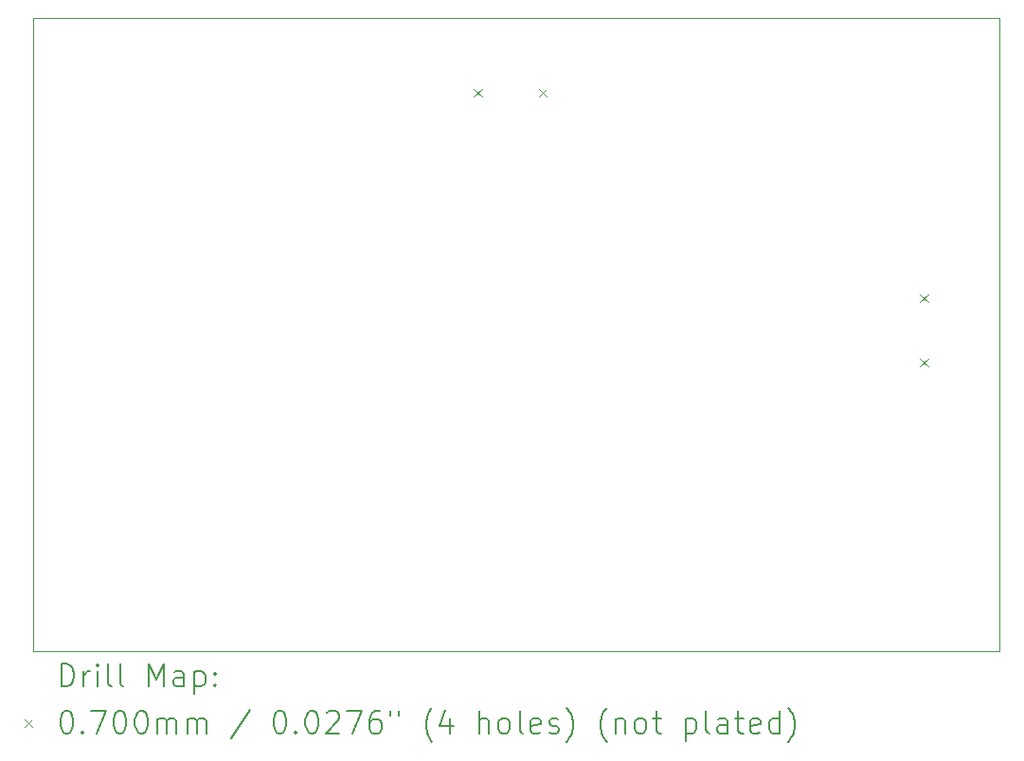
<source format=gbr>
%FSLAX45Y45*%
G04 Gerber Fmt 4.5, Leading zero omitted, Abs format (unit mm)*
G04 Created by KiCad (PCBNEW (6.0.1)) date 2022-03-17 16:13:47*
%MOMM*%
%LPD*%
G01*
G04 APERTURE LIST*
%TA.AperFunction,Profile*%
%ADD10C,0.050000*%
%TD*%
%ADD11C,0.200000*%
%ADD12C,0.070000*%
G04 APERTURE END LIST*
D10*
X10464800Y-13042900D02*
X19100800Y-13042900D01*
X19100800Y-7378700D02*
X10464800Y-7378700D01*
X19100800Y-7378700D02*
X19100800Y-13042900D01*
X10464800Y-7378700D02*
X10464800Y-13042900D01*
D11*
D12*
X14408000Y-8013500D02*
X14478000Y-8083500D01*
X14478000Y-8013500D02*
X14408000Y-8083500D01*
X14986000Y-8013500D02*
X15056000Y-8083500D01*
X15056000Y-8013500D02*
X14986000Y-8083500D01*
X18396000Y-9848700D02*
X18466000Y-9918700D01*
X18466000Y-9848700D02*
X18396000Y-9918700D01*
X18396000Y-10426700D02*
X18466000Y-10496700D01*
X18466000Y-10426700D02*
X18396000Y-10496700D01*
D11*
X10719919Y-13355876D02*
X10719919Y-13155876D01*
X10767538Y-13155876D01*
X10796110Y-13165400D01*
X10815157Y-13184448D01*
X10824681Y-13203495D01*
X10834205Y-13241590D01*
X10834205Y-13270162D01*
X10824681Y-13308257D01*
X10815157Y-13327305D01*
X10796110Y-13346352D01*
X10767538Y-13355876D01*
X10719919Y-13355876D01*
X10919919Y-13355876D02*
X10919919Y-13222543D01*
X10919919Y-13260638D02*
X10929443Y-13241590D01*
X10938967Y-13232067D01*
X10958014Y-13222543D01*
X10977062Y-13222543D01*
X11043729Y-13355876D02*
X11043729Y-13222543D01*
X11043729Y-13155876D02*
X11034205Y-13165400D01*
X11043729Y-13174924D01*
X11053252Y-13165400D01*
X11043729Y-13155876D01*
X11043729Y-13174924D01*
X11167538Y-13355876D02*
X11148490Y-13346352D01*
X11138967Y-13327305D01*
X11138967Y-13155876D01*
X11272300Y-13355876D02*
X11253252Y-13346352D01*
X11243728Y-13327305D01*
X11243728Y-13155876D01*
X11500871Y-13355876D02*
X11500871Y-13155876D01*
X11567538Y-13298733D01*
X11634205Y-13155876D01*
X11634205Y-13355876D01*
X11815157Y-13355876D02*
X11815157Y-13251114D01*
X11805633Y-13232067D01*
X11786586Y-13222543D01*
X11748490Y-13222543D01*
X11729443Y-13232067D01*
X11815157Y-13346352D02*
X11796109Y-13355876D01*
X11748490Y-13355876D01*
X11729443Y-13346352D01*
X11719919Y-13327305D01*
X11719919Y-13308257D01*
X11729443Y-13289209D01*
X11748490Y-13279686D01*
X11796109Y-13279686D01*
X11815157Y-13270162D01*
X11910395Y-13222543D02*
X11910395Y-13422543D01*
X11910395Y-13232067D02*
X11929443Y-13222543D01*
X11967538Y-13222543D01*
X11986586Y-13232067D01*
X11996109Y-13241590D01*
X12005633Y-13260638D01*
X12005633Y-13317781D01*
X11996109Y-13336828D01*
X11986586Y-13346352D01*
X11967538Y-13355876D01*
X11929443Y-13355876D01*
X11910395Y-13346352D01*
X12091348Y-13336828D02*
X12100871Y-13346352D01*
X12091348Y-13355876D01*
X12081824Y-13346352D01*
X12091348Y-13336828D01*
X12091348Y-13355876D01*
X12091348Y-13232067D02*
X12100871Y-13241590D01*
X12091348Y-13251114D01*
X12081824Y-13241590D01*
X12091348Y-13232067D01*
X12091348Y-13251114D01*
D12*
X10392300Y-13650400D02*
X10462300Y-13720400D01*
X10462300Y-13650400D02*
X10392300Y-13720400D01*
D11*
X10758014Y-13575876D02*
X10777062Y-13575876D01*
X10796110Y-13585400D01*
X10805633Y-13594924D01*
X10815157Y-13613971D01*
X10824681Y-13652067D01*
X10824681Y-13699686D01*
X10815157Y-13737781D01*
X10805633Y-13756828D01*
X10796110Y-13766352D01*
X10777062Y-13775876D01*
X10758014Y-13775876D01*
X10738967Y-13766352D01*
X10729443Y-13756828D01*
X10719919Y-13737781D01*
X10710395Y-13699686D01*
X10710395Y-13652067D01*
X10719919Y-13613971D01*
X10729443Y-13594924D01*
X10738967Y-13585400D01*
X10758014Y-13575876D01*
X10910395Y-13756828D02*
X10919919Y-13766352D01*
X10910395Y-13775876D01*
X10900871Y-13766352D01*
X10910395Y-13756828D01*
X10910395Y-13775876D01*
X10986586Y-13575876D02*
X11119919Y-13575876D01*
X11034205Y-13775876D01*
X11234205Y-13575876D02*
X11253252Y-13575876D01*
X11272300Y-13585400D01*
X11281824Y-13594924D01*
X11291348Y-13613971D01*
X11300871Y-13652067D01*
X11300871Y-13699686D01*
X11291348Y-13737781D01*
X11281824Y-13756828D01*
X11272300Y-13766352D01*
X11253252Y-13775876D01*
X11234205Y-13775876D01*
X11215157Y-13766352D01*
X11205633Y-13756828D01*
X11196109Y-13737781D01*
X11186586Y-13699686D01*
X11186586Y-13652067D01*
X11196109Y-13613971D01*
X11205633Y-13594924D01*
X11215157Y-13585400D01*
X11234205Y-13575876D01*
X11424681Y-13575876D02*
X11443728Y-13575876D01*
X11462776Y-13585400D01*
X11472300Y-13594924D01*
X11481824Y-13613971D01*
X11491348Y-13652067D01*
X11491348Y-13699686D01*
X11481824Y-13737781D01*
X11472300Y-13756828D01*
X11462776Y-13766352D01*
X11443728Y-13775876D01*
X11424681Y-13775876D01*
X11405633Y-13766352D01*
X11396109Y-13756828D01*
X11386586Y-13737781D01*
X11377062Y-13699686D01*
X11377062Y-13652067D01*
X11386586Y-13613971D01*
X11396109Y-13594924D01*
X11405633Y-13585400D01*
X11424681Y-13575876D01*
X11577062Y-13775876D02*
X11577062Y-13642543D01*
X11577062Y-13661590D02*
X11586586Y-13652067D01*
X11605633Y-13642543D01*
X11634205Y-13642543D01*
X11653252Y-13652067D01*
X11662776Y-13671114D01*
X11662776Y-13775876D01*
X11662776Y-13671114D02*
X11672300Y-13652067D01*
X11691348Y-13642543D01*
X11719919Y-13642543D01*
X11738967Y-13652067D01*
X11748490Y-13671114D01*
X11748490Y-13775876D01*
X11843728Y-13775876D02*
X11843728Y-13642543D01*
X11843728Y-13661590D02*
X11853252Y-13652067D01*
X11872300Y-13642543D01*
X11900871Y-13642543D01*
X11919919Y-13652067D01*
X11929443Y-13671114D01*
X11929443Y-13775876D01*
X11929443Y-13671114D02*
X11938967Y-13652067D01*
X11958014Y-13642543D01*
X11986586Y-13642543D01*
X12005633Y-13652067D01*
X12015157Y-13671114D01*
X12015157Y-13775876D01*
X12405633Y-13566352D02*
X12234205Y-13823495D01*
X12662776Y-13575876D02*
X12681824Y-13575876D01*
X12700871Y-13585400D01*
X12710395Y-13594924D01*
X12719919Y-13613971D01*
X12729443Y-13652067D01*
X12729443Y-13699686D01*
X12719919Y-13737781D01*
X12710395Y-13756828D01*
X12700871Y-13766352D01*
X12681824Y-13775876D01*
X12662776Y-13775876D01*
X12643728Y-13766352D01*
X12634205Y-13756828D01*
X12624681Y-13737781D01*
X12615157Y-13699686D01*
X12615157Y-13652067D01*
X12624681Y-13613971D01*
X12634205Y-13594924D01*
X12643728Y-13585400D01*
X12662776Y-13575876D01*
X12815157Y-13756828D02*
X12824681Y-13766352D01*
X12815157Y-13775876D01*
X12805633Y-13766352D01*
X12815157Y-13756828D01*
X12815157Y-13775876D01*
X12948490Y-13575876D02*
X12967538Y-13575876D01*
X12986586Y-13585400D01*
X12996109Y-13594924D01*
X13005633Y-13613971D01*
X13015157Y-13652067D01*
X13015157Y-13699686D01*
X13005633Y-13737781D01*
X12996109Y-13756828D01*
X12986586Y-13766352D01*
X12967538Y-13775876D01*
X12948490Y-13775876D01*
X12929443Y-13766352D01*
X12919919Y-13756828D01*
X12910395Y-13737781D01*
X12900871Y-13699686D01*
X12900871Y-13652067D01*
X12910395Y-13613971D01*
X12919919Y-13594924D01*
X12929443Y-13585400D01*
X12948490Y-13575876D01*
X13091348Y-13594924D02*
X13100871Y-13585400D01*
X13119919Y-13575876D01*
X13167538Y-13575876D01*
X13186586Y-13585400D01*
X13196109Y-13594924D01*
X13205633Y-13613971D01*
X13205633Y-13633019D01*
X13196109Y-13661590D01*
X13081824Y-13775876D01*
X13205633Y-13775876D01*
X13272300Y-13575876D02*
X13405633Y-13575876D01*
X13319919Y-13775876D01*
X13567538Y-13575876D02*
X13529443Y-13575876D01*
X13510395Y-13585400D01*
X13500871Y-13594924D01*
X13481824Y-13623495D01*
X13472300Y-13661590D01*
X13472300Y-13737781D01*
X13481824Y-13756828D01*
X13491348Y-13766352D01*
X13510395Y-13775876D01*
X13548490Y-13775876D01*
X13567538Y-13766352D01*
X13577062Y-13756828D01*
X13586586Y-13737781D01*
X13586586Y-13690162D01*
X13577062Y-13671114D01*
X13567538Y-13661590D01*
X13548490Y-13652067D01*
X13510395Y-13652067D01*
X13491348Y-13661590D01*
X13481824Y-13671114D01*
X13472300Y-13690162D01*
X13662776Y-13575876D02*
X13662776Y-13613971D01*
X13738967Y-13575876D02*
X13738967Y-13613971D01*
X14034205Y-13852067D02*
X14024681Y-13842543D01*
X14005633Y-13813971D01*
X13996109Y-13794924D01*
X13986586Y-13766352D01*
X13977062Y-13718733D01*
X13977062Y-13680638D01*
X13986586Y-13633019D01*
X13996109Y-13604448D01*
X14005633Y-13585400D01*
X14024681Y-13556828D01*
X14034205Y-13547305D01*
X14196109Y-13642543D02*
X14196109Y-13775876D01*
X14148490Y-13566352D02*
X14100871Y-13709209D01*
X14224681Y-13709209D01*
X14453252Y-13775876D02*
X14453252Y-13575876D01*
X14538967Y-13775876D02*
X14538967Y-13671114D01*
X14529443Y-13652067D01*
X14510395Y-13642543D01*
X14481824Y-13642543D01*
X14462776Y-13652067D01*
X14453252Y-13661590D01*
X14662776Y-13775876D02*
X14643728Y-13766352D01*
X14634205Y-13756828D01*
X14624681Y-13737781D01*
X14624681Y-13680638D01*
X14634205Y-13661590D01*
X14643728Y-13652067D01*
X14662776Y-13642543D01*
X14691348Y-13642543D01*
X14710395Y-13652067D01*
X14719919Y-13661590D01*
X14729443Y-13680638D01*
X14729443Y-13737781D01*
X14719919Y-13756828D01*
X14710395Y-13766352D01*
X14691348Y-13775876D01*
X14662776Y-13775876D01*
X14843728Y-13775876D02*
X14824681Y-13766352D01*
X14815157Y-13747305D01*
X14815157Y-13575876D01*
X14996109Y-13766352D02*
X14977062Y-13775876D01*
X14938967Y-13775876D01*
X14919919Y-13766352D01*
X14910395Y-13747305D01*
X14910395Y-13671114D01*
X14919919Y-13652067D01*
X14938967Y-13642543D01*
X14977062Y-13642543D01*
X14996109Y-13652067D01*
X15005633Y-13671114D01*
X15005633Y-13690162D01*
X14910395Y-13709209D01*
X15081824Y-13766352D02*
X15100871Y-13775876D01*
X15138967Y-13775876D01*
X15158014Y-13766352D01*
X15167538Y-13747305D01*
X15167538Y-13737781D01*
X15158014Y-13718733D01*
X15138967Y-13709209D01*
X15110395Y-13709209D01*
X15091348Y-13699686D01*
X15081824Y-13680638D01*
X15081824Y-13671114D01*
X15091348Y-13652067D01*
X15110395Y-13642543D01*
X15138967Y-13642543D01*
X15158014Y-13652067D01*
X15234205Y-13852067D02*
X15243728Y-13842543D01*
X15262776Y-13813971D01*
X15272300Y-13794924D01*
X15281824Y-13766352D01*
X15291348Y-13718733D01*
X15291348Y-13680638D01*
X15281824Y-13633019D01*
X15272300Y-13604448D01*
X15262776Y-13585400D01*
X15243728Y-13556828D01*
X15234205Y-13547305D01*
X15596109Y-13852067D02*
X15586586Y-13842543D01*
X15567538Y-13813971D01*
X15558014Y-13794924D01*
X15548490Y-13766352D01*
X15538967Y-13718733D01*
X15538967Y-13680638D01*
X15548490Y-13633019D01*
X15558014Y-13604448D01*
X15567538Y-13585400D01*
X15586586Y-13556828D01*
X15596109Y-13547305D01*
X15672300Y-13642543D02*
X15672300Y-13775876D01*
X15672300Y-13661590D02*
X15681824Y-13652067D01*
X15700871Y-13642543D01*
X15729443Y-13642543D01*
X15748490Y-13652067D01*
X15758014Y-13671114D01*
X15758014Y-13775876D01*
X15881824Y-13775876D02*
X15862776Y-13766352D01*
X15853252Y-13756828D01*
X15843728Y-13737781D01*
X15843728Y-13680638D01*
X15853252Y-13661590D01*
X15862776Y-13652067D01*
X15881824Y-13642543D01*
X15910395Y-13642543D01*
X15929443Y-13652067D01*
X15938967Y-13661590D01*
X15948490Y-13680638D01*
X15948490Y-13737781D01*
X15938967Y-13756828D01*
X15929443Y-13766352D01*
X15910395Y-13775876D01*
X15881824Y-13775876D01*
X16005633Y-13642543D02*
X16081824Y-13642543D01*
X16034205Y-13575876D02*
X16034205Y-13747305D01*
X16043728Y-13766352D01*
X16062776Y-13775876D01*
X16081824Y-13775876D01*
X16300871Y-13642543D02*
X16300871Y-13842543D01*
X16300871Y-13652067D02*
X16319919Y-13642543D01*
X16358014Y-13642543D01*
X16377062Y-13652067D01*
X16386586Y-13661590D01*
X16396109Y-13680638D01*
X16396109Y-13737781D01*
X16386586Y-13756828D01*
X16377062Y-13766352D01*
X16358014Y-13775876D01*
X16319919Y-13775876D01*
X16300871Y-13766352D01*
X16510395Y-13775876D02*
X16491348Y-13766352D01*
X16481824Y-13747305D01*
X16481824Y-13575876D01*
X16672300Y-13775876D02*
X16672300Y-13671114D01*
X16662776Y-13652067D01*
X16643728Y-13642543D01*
X16605633Y-13642543D01*
X16586586Y-13652067D01*
X16672300Y-13766352D02*
X16653252Y-13775876D01*
X16605633Y-13775876D01*
X16586586Y-13766352D01*
X16577062Y-13747305D01*
X16577062Y-13728257D01*
X16586586Y-13709209D01*
X16605633Y-13699686D01*
X16653252Y-13699686D01*
X16672300Y-13690162D01*
X16738967Y-13642543D02*
X16815157Y-13642543D01*
X16767538Y-13575876D02*
X16767538Y-13747305D01*
X16777062Y-13766352D01*
X16796110Y-13775876D01*
X16815157Y-13775876D01*
X16958014Y-13766352D02*
X16938967Y-13775876D01*
X16900871Y-13775876D01*
X16881824Y-13766352D01*
X16872300Y-13747305D01*
X16872300Y-13671114D01*
X16881824Y-13652067D01*
X16900871Y-13642543D01*
X16938967Y-13642543D01*
X16958014Y-13652067D01*
X16967538Y-13671114D01*
X16967538Y-13690162D01*
X16872300Y-13709209D01*
X17138967Y-13775876D02*
X17138967Y-13575876D01*
X17138967Y-13766352D02*
X17119919Y-13775876D01*
X17081824Y-13775876D01*
X17062776Y-13766352D01*
X17053252Y-13756828D01*
X17043729Y-13737781D01*
X17043729Y-13680638D01*
X17053252Y-13661590D01*
X17062776Y-13652067D01*
X17081824Y-13642543D01*
X17119919Y-13642543D01*
X17138967Y-13652067D01*
X17215157Y-13852067D02*
X17224681Y-13842543D01*
X17243729Y-13813971D01*
X17253252Y-13794924D01*
X17262776Y-13766352D01*
X17272300Y-13718733D01*
X17272300Y-13680638D01*
X17262776Y-13633019D01*
X17253252Y-13604448D01*
X17243729Y-13585400D01*
X17224681Y-13556828D01*
X17215157Y-13547305D01*
M02*

</source>
